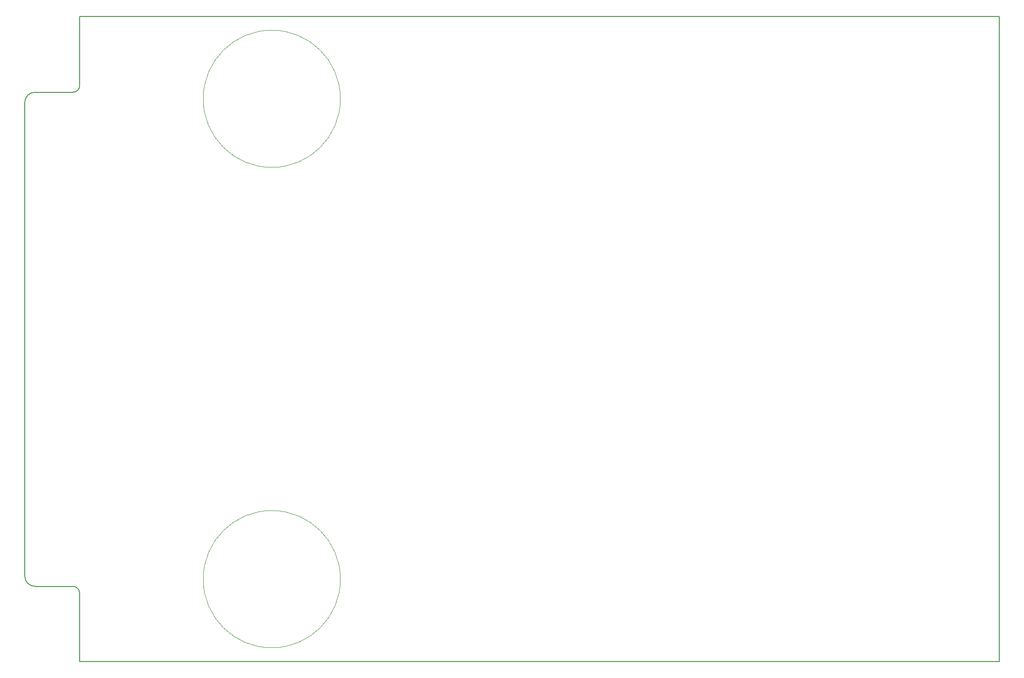
<source format=gbr>
%TF.GenerationSoftware,KiCad,Pcbnew,(6.0.4-0)*%
%TF.CreationDate,2022-07-10T14:03:27-04:00*%
%TF.ProjectId,VIC1005Reloaded-1.0-001,56494331-3030-4355-9265-6c6f61646564,1.0-001*%
%TF.SameCoordinates,Original*%
%TF.FileFunction,Profile,NP*%
%FSLAX46Y46*%
G04 Gerber Fmt 4.6, Leading zero omitted, Abs format (unit mm)*
G04 Created by KiCad (PCBNEW (6.0.4-0)) date 2022-07-10 14:03:27*
%MOMM*%
%LPD*%
G01*
G04 APERTURE LIST*
%TA.AperFunction,Profile*%
%ADD10C,0.100000*%
%TD*%
%TA.AperFunction,Profile*%
%ADD11C,0.127000*%
%TD*%
G04 APERTURE END LIST*
D10*
X81280000Y-50800000D02*
G75*
G03*
X81280000Y-50800000I-12700000J0D01*
G01*
D11*
X33040000Y-48310000D02*
X33020000Y-35560000D01*
X33020000Y-142290800D02*
X33020000Y-154940000D01*
X33020000Y-35560000D02*
X83820000Y-35560000D01*
X33020000Y-154940000D02*
X203200000Y-154940000D01*
X31750001Y-49580756D02*
G75*
G03*
X33040000Y-48310000I19099J1270756D01*
G01*
X203200000Y-35560000D02*
X203200000Y-154940000D01*
X33020000Y-142290800D02*
G75*
G03*
X31750000Y-141020800I-1270000J0D01*
G01*
D10*
X81280000Y-139700000D02*
G75*
G03*
X81280000Y-139700000I-12700000J0D01*
G01*
D11*
X83820000Y-35560000D02*
X203200000Y-35560000D01*
%TO.C,P101*%
X24765000Y-141020800D02*
X31750000Y-141020800D01*
X22860000Y-51485800D02*
X22860000Y-139115800D01*
X24765000Y-49580800D02*
X31750000Y-49580800D01*
X22860000Y-139115800D02*
G75*
G03*
X24765000Y-141020800I1905000J0D01*
G01*
X24765000Y-49580800D02*
G75*
G03*
X22860000Y-51485800I1J-1905001D01*
G01*
%TD*%
M02*

</source>
